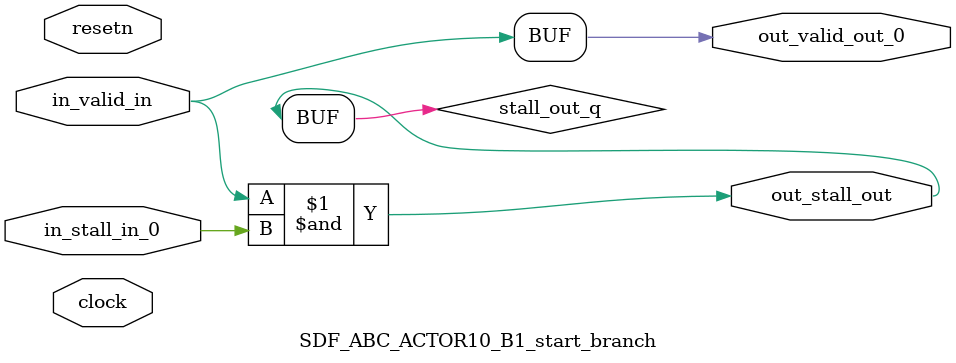
<source format=sv>



(* altera_attribute = "-name AUTO_SHIFT_REGISTER_RECOGNITION OFF; -name MESSAGE_DISABLE 10036; -name MESSAGE_DISABLE 10037; -name MESSAGE_DISABLE 14130; -name MESSAGE_DISABLE 14320; -name MESSAGE_DISABLE 15400; -name MESSAGE_DISABLE 14130; -name MESSAGE_DISABLE 10036; -name MESSAGE_DISABLE 12020; -name MESSAGE_DISABLE 12030; -name MESSAGE_DISABLE 12010; -name MESSAGE_DISABLE 12110; -name MESSAGE_DISABLE 14320; -name MESSAGE_DISABLE 13410; -name MESSAGE_DISABLE 113007; -name MESSAGE_DISABLE 10958" *)
module SDF_ABC_ACTOR10_B1_start_branch (
    input wire [0:0] in_stall_in_0,
    input wire [0:0] in_valid_in,
    output wire [0:0] out_stall_out,
    output wire [0:0] out_valid_out_0,
    input wire clock,
    input wire resetn
    );

    wire [0:0] stall_out_q;


    // stall_out(LOGICAL,6)
    assign stall_out_q = in_valid_in & in_stall_in_0;

    // out_stall_out(GPOUT,4)
    assign out_stall_out = stall_out_q;

    // out_valid_out_0(GPOUT,5)
    assign out_valid_out_0 = in_valid_in;

endmodule

</source>
